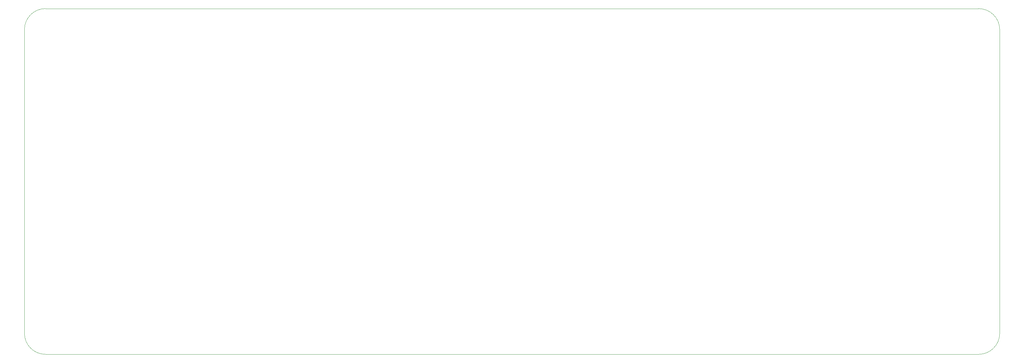
<source format=gbr>
G04 #@! TF.GenerationSoftware,KiCad,Pcbnew,5.0.2-bee76a0~70~ubuntu18.04.1*
G04 #@! TF.CreationDate,2019-02-20T11:48:03+01:00*
G04 #@! TF.ProjectId,kai1,6b616931-2e6b-4696-9361-645f70636258,A*
G04 #@! TF.SameCoordinates,Original*
G04 #@! TF.FileFunction,Profile,NP*
%FSLAX46Y46*%
G04 Gerber Fmt 4.6, Leading zero omitted, Abs format (unit mm)*
G04 Created by KiCad (PCBNEW 5.0.2-bee76a0~70~ubuntu18.04.1) date Mi 20 Feb 2019 11:48:03 CET*
%MOMM*%
%LPD*%
G01*
G04 APERTURE LIST*
%ADD10C,0.010000*%
G04 APERTURE END LIST*
D10*
X76099676Y-178220002D02*
G75*
G02X70180000Y-172310000I325J5920009D01*
G01*
X70179998Y-86649676D02*
G75*
G02X76090000Y-80730000I5920009J-325D01*
G01*
X344670008Y-172300352D02*
G75*
G02X338750000Y-178230000I-5930007J351D01*
G01*
X338740352Y-80739992D02*
G75*
G02X344670000Y-86660000I-351J-5930007D01*
G01*
X70170000Y-172330000D02*
X70170000Y-86660000D01*
X338750000Y-178230000D02*
X76080000Y-178230000D01*
X344670000Y-86640000D02*
X344670000Y-172280000D01*
X76080000Y-80730000D02*
X338740000Y-80730000D01*
M02*

</source>
